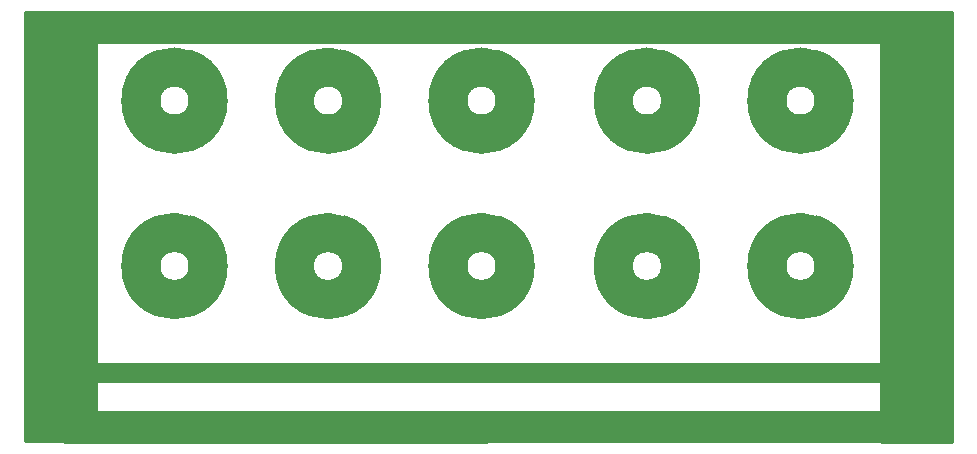
<source format=gts>
G04 #@! TF.FileFunction,Soldermask,Top*
%FSLAX46Y46*%
G04 Gerber Fmt 4.6, Leading zero omitted, Abs format (unit mm)*
G04 Created by KiCad (PCBNEW (2016-07-22 BZR 6991, Git 146a78a)-product) date 08/19/16 17:40:47*
%MOMM*%
%LPD*%
G01*
G04 APERTURE LIST*
%ADD10C,0.150000*%
%ADD11C,0.700000*%
%ADD12C,1.350000*%
%ADD13C,3.000000*%
%ADD14C,0.254000*%
G04 APERTURE END LIST*
D10*
D11*
X68720000Y-19650000D02*
X68720000Y-23620000D01*
D12*
X69630000Y-21630000D02*
G75*
G03X69630000Y-21630000I-3830000J0D01*
G01*
D13*
X68460000Y-21630000D02*
G75*
G03X68460000Y-21630000I-2660000J0D01*
G01*
D11*
X55720000Y-19650000D02*
X55720000Y-23620000D01*
D12*
X56630000Y-21630000D02*
G75*
G03X56630000Y-21630000I-3830000J0D01*
G01*
D13*
X55460000Y-21630000D02*
G75*
G03X55460000Y-21630000I-2660000J0D01*
G01*
D11*
X68720000Y-5650000D02*
X68720000Y-9620000D01*
D12*
X69630000Y-7630000D02*
G75*
G03X69630000Y-7630000I-3830000J0D01*
G01*
D13*
X68460000Y-7630000D02*
G75*
G03X68460000Y-7630000I-2660000J0D01*
G01*
D11*
X55720000Y-5650000D02*
X55720000Y-9620000D01*
D12*
X56630000Y-7630000D02*
G75*
G03X56630000Y-7630000I-3830000J0D01*
G01*
D13*
X55460000Y-7630000D02*
G75*
G03X55460000Y-7630000I-2660000J0D01*
G01*
D11*
X41720000Y-19650000D02*
X41720000Y-23620000D01*
D12*
X42630000Y-21630000D02*
G75*
G03X42630000Y-21630000I-3830000J0D01*
G01*
D13*
X41460000Y-21630000D02*
G75*
G03X41460000Y-21630000I-2660000J0D01*
G01*
D11*
X28720000Y-19650000D02*
X28720000Y-23620000D01*
D12*
X29630000Y-21630000D02*
G75*
G03X29630000Y-21630000I-3830000J0D01*
G01*
D13*
X28460000Y-21630000D02*
G75*
G03X28460000Y-21630000I-2660000J0D01*
G01*
D11*
X15720000Y-19650000D02*
X15720000Y-23620000D01*
D12*
X16630000Y-21630000D02*
G75*
G03X16630000Y-21630000I-3830000J0D01*
G01*
D13*
X15460000Y-21630000D02*
G75*
G03X15460000Y-21630000I-2660000J0D01*
G01*
D11*
X41720000Y-5650000D02*
X41720000Y-9620000D01*
D12*
X42630000Y-7630000D02*
G75*
G03X42630000Y-7630000I-3830000J0D01*
G01*
D13*
X41460000Y-7630000D02*
G75*
G03X41460000Y-7630000I-2660000J0D01*
G01*
D11*
X28720000Y-5650000D02*
X28720000Y-9620000D01*
D12*
X29630000Y-7630000D02*
G75*
G03X29630000Y-7630000I-3830000J0D01*
G01*
D13*
X28460000Y-7630000D02*
G75*
G03X28460000Y-7630000I-2660000J0D01*
G01*
D11*
X15720000Y-5650000D02*
X15720000Y-9620000D01*
D12*
X16630000Y-7630000D02*
G75*
G03X16630000Y-7630000I-3830000J0D01*
G01*
D13*
X15460000Y-7630000D02*
G75*
G03X15460000Y-7630000I-2660000J0D01*
G01*
D14*
G36*
X74774827Y-156982D02*
X74811147Y-2663072D01*
X3654759Y-2702930D01*
X3609280Y-147018D01*
X74774827Y-156982D01*
X74774827Y-156982D01*
G37*
X74774827Y-156982D02*
X74811147Y-2663072D01*
X3654759Y-2702930D01*
X3609280Y-147018D01*
X74774827Y-156982D01*
G36*
X74562943Y-33988670D02*
X74582018Y-36463072D01*
X3425589Y-36502930D01*
X3397395Y-33978706D01*
X74562943Y-33988670D01*
X74562943Y-33988670D01*
G37*
X74562943Y-33988670D02*
X74582018Y-36463072D01*
X3425589Y-36502930D01*
X3397395Y-33978706D01*
X74562943Y-33988670D01*
G36*
X78673000Y-36503000D02*
X72627000Y-36503000D01*
X72627000Y-157000D01*
X78673000Y-157000D01*
X78673000Y-36503000D01*
X78673000Y-36503000D01*
G37*
X78673000Y-36503000D02*
X72627000Y-36503000D01*
X72627000Y-157000D01*
X78673000Y-157000D01*
X78673000Y-36503000D01*
G36*
X6173000Y-36469854D02*
X127000Y-36469854D01*
X127000Y-123854D01*
X6173000Y-123854D01*
X6173000Y-36469854D01*
X6173000Y-36469854D01*
G37*
X6173000Y-36469854D02*
X127000Y-36469854D01*
X127000Y-123854D01*
X6173000Y-123854D01*
X6173000Y-36469854D01*
G36*
X72439650Y-31342987D02*
X5706247Y-31333019D01*
X5697758Y-29906981D01*
X72941483Y-29897026D01*
X72439650Y-31342987D01*
X72439650Y-31342987D01*
G37*
X72439650Y-31342987D02*
X5706247Y-31333019D01*
X5697758Y-29906981D01*
X72941483Y-29897026D01*
X72439650Y-31342987D01*
M02*

</source>
